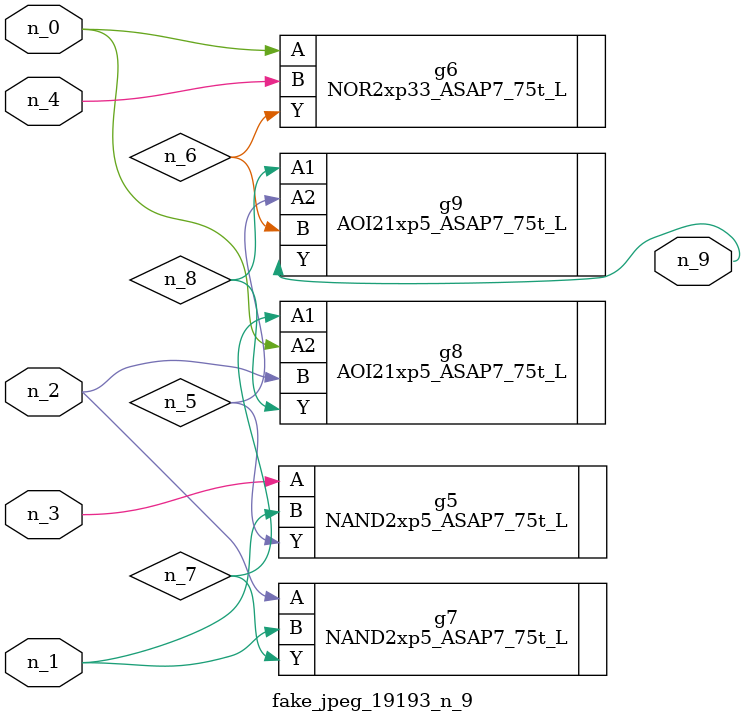
<source format=v>
module fake_jpeg_19193_n_9 (n_3, n_2, n_1, n_0, n_4, n_9);

input n_3;
input n_2;
input n_1;
input n_0;
input n_4;

output n_9;

wire n_8;
wire n_6;
wire n_5;
wire n_7;

NAND2xp5_ASAP7_75t_L g5 ( 
.A(n_3),
.B(n_1),
.Y(n_5)
);

NOR2xp33_ASAP7_75t_L g6 ( 
.A(n_0),
.B(n_4),
.Y(n_6)
);

NAND2xp5_ASAP7_75t_L g7 ( 
.A(n_2),
.B(n_1),
.Y(n_7)
);

AOI21xp5_ASAP7_75t_L g8 ( 
.A1(n_7),
.A2(n_0),
.B(n_2),
.Y(n_8)
);

AOI21xp5_ASAP7_75t_L g9 ( 
.A1(n_8),
.A2(n_5),
.B(n_6),
.Y(n_9)
);


endmodule
</source>
